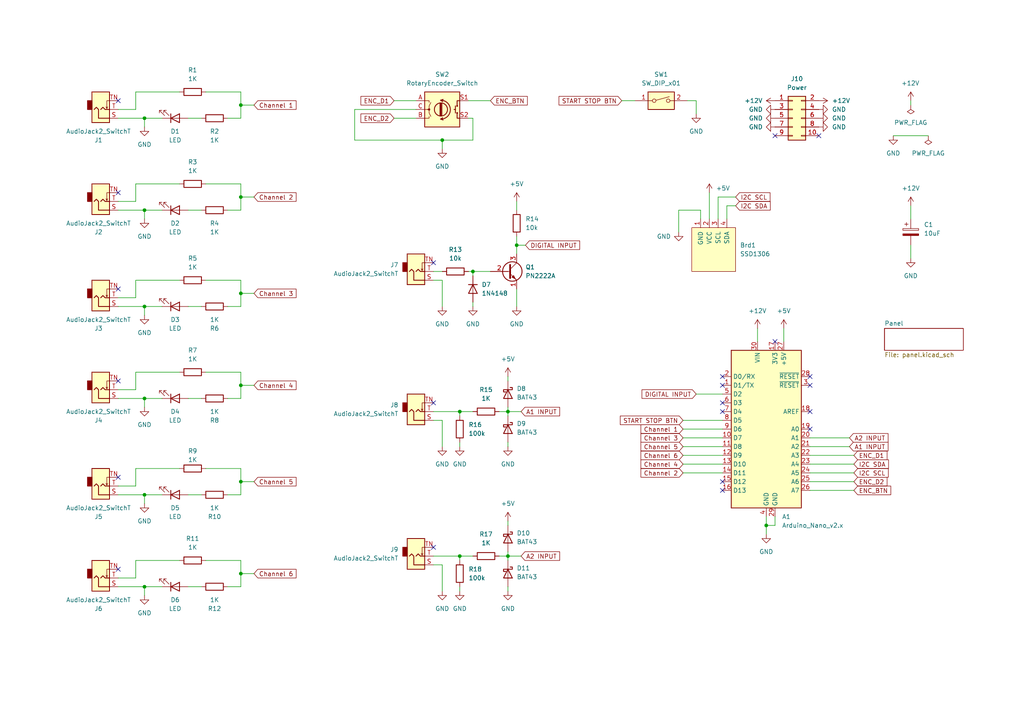
<source format=kicad_sch>
(kicad_sch (version 20211123) (generator eeschema)
  (paper "A4")
  (title_block (title "GToE prototype") (rev "1"))
  (lib_symbols
    (symbol "Connector:AudioJack2_SwitchT"
      (property "Reference" "J" (at 0 8.89 0))
      (property "Value" "AudioJack2_SwitchT" (at 0 6.35 0))
      (symbol "AudioJack2_SwitchT_0_1"
        (rectangle (start -2.54 0) (end -3.81 -2.54) (stroke (width 0.254)) (fill (type outline)))
        (polyline (pts (xy 1.778 -0.254) (xy 2.032 -0.762)))
        (polyline (pts (xy 0 0) (xy 0.635 -0.635) (xy 1.27 0) (xy 2.54 0)) (stroke (width 0.254)))
        (polyline (pts (xy 2.54 -2.54) (xy 1.778 -2.54) (xy 1.778 -0.254) (xy 1.524 -0.762)))
        (polyline (pts (xy 2.54 2.54) (xy -0.635 2.54) (xy -0.635 0) (xy -1.27 -0.635) (xy -1.905 0)) (stroke (width 0.254)))
        (rectangle (start 2.54 3.81) (end -2.54 -5.08) (stroke (width 0.254)) (fill (type background)))
      )
      (symbol "AudioJack2_SwitchT_1_1"
        (pin passive line (at 5.08 2.54 180) (length 2.54) (name "~") (number "S"))
        (pin passive line (at 5.08 0 180) (length 2.54) (name "~") (number "T"))
        (pin passive line (at 5.08 -2.54 180) (length 2.54) (name "~") (number "TN"))
      )
    )
    (symbol "Connector_Generic:Conn_02x05_Odd_Even" (pin_names (offset 1.016) hide)
      (property "Reference" "J" (at 1.27 7.62 0))
      (property "Value" "Conn_02x05_Odd_Even" (at 1.27 -7.62 0))
      (symbol "Conn_02x05_Odd_Even_1_1"
        (rectangle (start -1.27 -4.953) (end 0 -5.207) (stroke (width 0.1524)))
        (rectangle (start -1.27 -2.413) (end 0 -2.667) (stroke (width 0.1524)))
        (rectangle (start -1.27 0.127) (end 0 -0.127) (stroke (width 0.1524)))
        (rectangle (start -1.27 2.667) (end 0 2.413) (stroke (width 0.1524)))
        (rectangle (start -1.27 5.207) (end 0 4.953) (stroke (width 0.1524)))
        (rectangle (start -1.27 6.35) (end 3.81 -6.35) (stroke (width 0.254)) (fill (type background)))
        (rectangle (start 3.81 -4.953) (end 2.54 -5.207) (stroke (width 0.1524)))
        (rectangle (start 3.81 -2.413) (end 2.54 -2.667) (stroke (width 0.1524)))
        (rectangle (start 3.81 0.127) (end 2.54 -0.127) (stroke (width 0.1524)))
        (rectangle (start 3.81 2.667) (end 2.54 2.413) (stroke (width 0.1524)))
        (rectangle (start 3.81 5.207) (end 2.54 4.953) (stroke (width 0.1524)))
        (pin passive line (at -5.08 5.08 0) (length 3.81) (name "Pin_1") (number "1"))
        (pin passive line (at 7.62 -5.08 180) (length 3.81) (name "Pin_10") (number "10"))
        (pin passive line (at 7.62 5.08 180) (length 3.81) (name "Pin_2") (number "2"))
        (pin passive line (at -5.08 2.54 0) (length 3.81) (name "Pin_3") (number "3"))
        (pin passive line (at 7.62 2.54 180) (length 3.81) (name "Pin_4") (number "4"))
        (pin passive line (at -5.08 0 0) (length 3.81) (name "Pin_5") (number "5"))
        (pin passive line (at 7.62 0 180) (length 3.81) (name "Pin_6") (number "6"))
        (pin passive line (at -5.08 -2.54 0) (length 3.81) (name "Pin_7") (number "7"))
        (pin passive line (at 7.62 -2.54 180) (length 3.81) (name "Pin_8") (number "8"))
        (pin passive line (at -5.08 -5.08 0) (length 3.81) (name "Pin_9") (number "9"))
      )
    )
    (symbol "Device:C_Polarized" (pin_numbers hide) (pin_names (offset 0.254))
      (property "Reference" "C" (at 0.635 2.54 0))
      (property "Value" "C_Polarized" (at 0.635 -2.54 0))
      (symbol "C_Polarized_0_1"
        (rectangle (start -2.286 0.508) (end 2.286 1.016))
        (polyline (pts (xy -1.778 2.286) (xy -0.762 2.286)))
        (polyline (pts (xy -1.27 2.794) (xy -1.27 1.778)))
        (rectangle (start 2.286 -0.508) (end -2.286 -1.016) (fill (type outline)))
      )
      (symbol "C_Polarized_1_1"
        (pin passive line (at 0 3.81 270) (length 2.794) (name "~") (number "1"))
        (pin passive line (at 0 -3.81 90) (length 2.794) (name "~") (number "2"))
      )
    )
    (symbol "Device:D" (pin_numbers hide) (pin_names (offset 1.016) hide)
      (property "Reference" "D" (at 0 2.54 0))
      (property "Value" "D" (at 0 -2.54 0))
      (symbol "D_0_1"
        (polyline (pts (xy -1.27 1.27) (xy -1.27 -1.27)) (stroke (width 0.254)))
        (polyline (pts (xy 1.27 0) (xy -1.27 0)))
        (polyline (pts (xy 1.27 1.27) (xy 1.27 -1.27) (xy -1.27 0) (xy 1.27 1.27)) (stroke (width 0.254)))
      )
      (symbol "D_1_1"
        (pin passive line (at -3.81 0 0) (length 2.54) (name "K") (number "1"))
        (pin passive line (at 3.81 0 180) (length 2.54) (name "A") (number "2"))
      )
    )
    (symbol "Device:D_Schottky" (pin_numbers hide) (pin_names (offset 1.016) hide)
      (property "Reference" "D" (at 0 2.54 0))
      (property "Value" "D_Schottky" (at 0 -2.54 0))
      (symbol "D_Schottky_0_1"
        (polyline (pts (xy 1.27 0) (xy -1.27 0)))
        (polyline (pts (xy 1.27 1.27) (xy 1.27 -1.27) (xy -1.27 0) (xy 1.27 1.27)) (stroke (width 0.254)))
        (polyline (pts (xy -1.905 0.635) (xy -1.905 1.27) (xy -1.27 1.27) (xy -1.27 -1.27) (xy -0.635 -1.27) (xy -0.635 -0.635)) (stroke (width 0.254)))
      )
      (symbol "D_Schottky_1_1"
        (pin passive line (at -3.81 0 0) (length 2.54) (name "K") (number "1"))
        (pin passive line (at 3.81 0 180) (length 2.54) (name "A") (number "2"))
      )
    )
    (symbol "Device:LED" (pin_numbers hide) (pin_names (offset 1.016) hide)
      (property "Reference" "D" (at 0 2.54 0))
      (property "Value" "LED" (at 0 -2.54 0))
      (symbol "LED_0_1"
        (polyline (pts (xy -1.27 -1.27) (xy -1.27 1.27)) (stroke (width 0.254)))
        (polyline (pts (xy -1.27 0) (xy 1.27 0)))
        (polyline (pts (xy 1.27 -1.27) (xy 1.27 1.27) (xy -1.27 0) (xy 1.27 -1.27)) (stroke (width 0.254)))
        (polyline (pts (xy -3.048 -0.762) (xy -4.572 -2.286) (xy -3.81 -2.286) (xy -4.572 -2.286) (xy -4.572 -1.524)))
        (polyline (pts (xy -1.778 -0.762) (xy -3.302 -2.286) (xy -2.54 -2.286) (xy -3.302 -2.286) (xy -3.302 -1.524)))
      )
      (symbol "LED_1_1"
        (pin passive line (at -3.81 0 0) (length 2.54) (name "K") (number "1"))
        (pin passive line (at 3.81 0 180) (length 2.54) (name "A") (number "2"))
      )
    )
    (symbol "Device:R" (pin_numbers hide) (pin_names (offset 0))
      (property "Reference" "R" (at 2.032 0 90))
      (property "Value" "R" (at 0 0 90))
      (symbol "R_0_1"
        (rectangle (start -1.016 -2.54) (end 1.016 2.54) (stroke (width 0.254)))
      )
      (symbol "R_1_1"
        (pin passive line (at 0 3.81 270) (length 1.27) (name "~") (number "1"))
        (pin passive line (at 0 -3.81 90) (length 1.27) (name "~") (number "2"))
      )
    )
    (symbol "Device:RotaryEncoder_Switch" (pin_names (offset 0.254) hide)
      (property "Reference" "SW" (at 0 6.604 0))
      (property "Value" "RotaryEncoder_Switch" (at 0 -6.604 0))
      (symbol "RotaryEncoder_Switch_0_1"
        (rectangle (start -5.08 5.08) (end 5.08 -5.08) (stroke (width 0.254)) (fill (type background)))
        (circle (center -3.81 0) (radius 0.254) (fill (type outline)))
        (arc (start -0.381 -2.794) (mid 2.3622 -0.0508) (end -0.381 2.667) (stroke (width 0.254)))
        (circle (center -0.381 0) (radius 1.905) (stroke (width 0.254)))
        (polyline (pts (xy -0.635 -1.778) (xy -0.635 1.778)) (stroke (width 0.254)))
        (polyline (pts (xy -0.381 -1.778) (xy -0.381 1.778)) (stroke (width 0.254)))
        (polyline (pts (xy -0.127 1.778) (xy -0.127 -1.778)) (stroke (width 0.254)))
        (polyline (pts (xy 3.81 0) (xy 3.429 0)) (stroke (width 0.254)))
        (polyline (pts (xy 3.81 1.016) (xy 3.81 -1.016)) (stroke (width 0.254)))
        (polyline (pts (xy -5.08 -2.54) (xy -3.81 -2.54) (xy -3.81 -2.032)))
        (polyline (pts (xy -5.08 2.54) (xy -3.81 2.54) (xy -3.81 2.032)))
        (polyline (pts (xy 0.254 -3.048) (xy -0.508 -2.794) (xy 0.127 -2.413)) (stroke (width 0.254)))
        (polyline (pts (xy 0.254 2.921) (xy -0.508 2.667) (xy 0.127 2.286)) (stroke (width 0.254)))
        (polyline (pts (xy 5.08 -2.54) (xy 4.318 -2.54) (xy 4.318 -1.016)) (stroke (width 0.254)))
        (polyline (pts (xy 5.08 2.54) (xy 4.318 2.54) (xy 4.318 1.016)) (stroke (width 0.254)))
        (polyline (pts (xy -5.08 0) (xy -3.81 0) (xy -3.81 -1.016) (xy -3.302 -2.032)))
        (polyline (pts (xy -4.318 0) (xy -3.81 0) (xy -3.81 1.016) (xy -3.302 2.032)))
        (circle (center 4.318 -1.016) (radius 0.127) (stroke (width 0.254)))
        (circle (center 4.318 1.016) (radius 0.127) (stroke (width 0.254)))
      )
      (symbol "RotaryEncoder_Switch_1_1"
        (pin passive line (at -7.62 2.54 0) (length 2.54) (name "A") (number "A"))
        (pin passive line (at -7.62 -2.54 0) (length 2.54) (name "B") (number "B"))
        (pin passive line (at -7.62 0 0) (length 2.54) (name "C") (number "C"))
        (pin passive line (at 7.62 2.54 180) (length 2.54) (name "S1") (number "S1"))
        (pin passive line (at 7.62 -2.54 180) (length 2.54) (name "S2") (number "S2"))
      )
    )
    (symbol "MCU_Module:Arduino_Nano_v2.x"
      (property "Reference" "A" (at -10.16 23.495 0))
      (property "Value" "Arduino_Nano_v2.x" (at 5.08 -24.13 0))
      (symbol "Arduino_Nano_v2.x_0_1"
        (rectangle (start -10.16 22.86) (end 10.16 -22.86) (stroke (width 0.254)) (fill (type background)))
      )
      (symbol "Arduino_Nano_v2.x_1_1"
        (pin bidirectional line (at -12.7 12.7 0) (length 2.54) (name "D1/TX") (number "1"))
        (pin bidirectional line (at -12.7 -2.54 0) (length 2.54) (name "D7") (number "10"))
        (pin bidirectional line (at -12.7 -5.08 0) (length 2.54) (name "D8") (number "11"))
        (pin bidirectional line (at -12.7 -7.62 0) (length 2.54) (name "D9") (number "12"))
        (pin bidirectional line (at -12.7 -10.16 0) (length 2.54) (name "D10") (number "13"))
        (pin bidirectional line (at -12.7 -12.7 0) (length 2.54) (name "D11") (number "14"))
        (pin bidirectional line (at -12.7 -15.24 0) (length 2.54) (name "D12") (number "15"))
        (pin bidirectional line (at -12.7 -17.78 0) (length 2.54) (name "D13") (number "16"))
        (pin power_out line (at 2.54 25.4 270) (length 2.54) (name "3V3") (number "17"))
        (pin input line (at 12.7 5.08 180) (length 2.54) (name "AREF") (number "18"))
        (pin bidirectional line (at 12.7 0 180) (length 2.54) (name "A0") (number "19"))
        (pin bidirectional line (at -12.7 15.24 0) (length 2.54) (name "D0/RX") (number "2"))
        (pin bidirectional line (at 12.7 -2.54 180) (length 2.54) (name "A1") (number "20"))
        (pin bidirectional line (at 12.7 -5.08 180) (length 2.54) (name "A2") (number "21"))
        (pin bidirectional line (at 12.7 -7.62 180) (length 2.54) (name "A3") (number "22"))
        (pin bidirectional line (at 12.7 -10.16 180) (length 2.54) (name "A4") (number "23"))
        (pin bidirectional line (at 12.7 -12.7 180) (length 2.54) (name "A5") (number "24"))
        (pin bidirectional line (at 12.7 -15.24 180) (length 2.54) (name "A6") (number "25"))
        (pin bidirectional line (at 12.7 -17.78 180) (length 2.54) (name "A7") (number "26"))
        (pin power_out line (at 5.08 25.4 270) (length 2.54) (name "+5V") (number "27"))
        (pin input line (at 12.7 15.24 180) (length 2.54) (name "~{RESET}") (number "28"))
        (pin power_in line (at 2.54 -25.4 90) (length 2.54) (name "GND") (number "29"))
        (pin input line (at 12.7 12.7 180) (length 2.54) (name "~{RESET}") (number "3"))
        (pin power_in line (at -2.54 25.4 270) (length 2.54) (name "VIN") (number "30"))
        (pin power_in line (at 0 -25.4 90) (length 2.54) (name "GND") (number "4"))
        (pin bidirectional line (at -12.7 10.16 0) (length 2.54) (name "D2") (number "5"))
        (pin bidirectional line (at -12.7 7.62 0) (length 2.54) (name "D3") (number "6"))
        (pin bidirectional line (at -12.7 5.08 0) (length 2.54) (name "D4") (number "7"))
        (pin bidirectional line (at -12.7 2.54 0) (length 2.54) (name "D5") (number "8"))
        (pin bidirectional line (at -12.7 0 0) (length 2.54) (name "D6") (number "9"))
      )
    )
    (symbol "SSD1306-128x64_OLED:SSD1306" (pin_names (offset 1.016))
      (property "Reference" "Brd" (at 0 -3.81 0))
      (property "Value" "SSD1306" (at 0 -1.27 0))
      (symbol "SSD1306_0_1"
        (rectangle (start -6.35 6.35) (end 6.35 -6.35) (fill (type background)))
      )
      (symbol "SSD1306_1_1"
        (pin input line (at -3.81 8.89 270) (length 2.54) (name "GND") (number "1"))
        (pin input line (at -1.27 8.89 270) (length 2.54) (name "VCC") (number "2"))
        (pin input line (at 1.27 8.89 270) (length 2.54) (name "SCL") (number "3"))
        (pin input line (at 3.81 8.89 270) (length 2.54) (name "SDA") (number "4"))
      )
    )
    (symbol "Switch:SW_DIP_x01" (pin_names (offset 0) hide)
      (property "Reference" "SW" (at 0 3.81 0))
      (property "Value" "SW_DIP_x01" (at 0 -3.81 0))
      (symbol "SW_DIP_x01_0_0"
        (circle (center -2.032 0) (radius 0.508))
        (polyline (pts (xy -1.524 0.127) (xy 2.3622 1.1684)))
        (circle (center 2.032 0) (radius 0.508))
      )
      (symbol "SW_DIP_x01_0_1"
        (rectangle (start -3.81 2.54) (end 3.81 -2.54) (stroke (width 0.254)) (fill (type background)))
      )
      (symbol "SW_DIP_x01_1_1"
        (pin passive line (at -7.62 0 0) (length 5.08) (name "~") (number "1"))
        (pin passive line (at 7.62 0 180) (length 5.08) (name "~") (number "2"))
      )
    )
    (symbol "Transistor_BJT:PN2222A" (pin_names (offset 0) hide)
      (property "Reference" "Q" (at 5.08 1.905 0))
      (property "Value" "PN2222A" (at 5.08 0 0))
      (symbol "PN2222A_0_1"
        (polyline (pts (xy 0 0) (xy 0.635 0)))
        (polyline (pts (xy 2.54 -2.54) (xy 0.635 -0.635)))
        (polyline (pts (xy 2.54 2.54) (xy 0.635 0.635)))
        (polyline (pts (xy 0.635 1.905) (xy 0.635 -1.905) (xy 0.635 -1.905)) (stroke (width 0.508)))
        (polyline (pts (xy 2.413 -2.413) (xy 1.905 -1.905) (xy 1.905 -1.905)))
        (polyline (pts (xy 1.143 -1.651) (xy 1.651 -1.143) (xy 2.159 -2.159) (xy 1.143 -1.651) (xy 1.143 -1.651)) (fill (type outline)))
        (circle (center 1.27 0) (radius 2.8194) (stroke (width 0.254)))
      )
      (symbol "PN2222A_1_1"
        (pin passive line (at 2.54 -5.08 90) (length 2.54) (name "E") (number "1"))
        (pin input line (at -5.08 0 0) (length 5.08) (name "B") (number "2"))
        (pin passive line (at 2.54 5.08 270) (length 2.54) (name "C") (number "3"))
      )
    )
    (symbol "power:+12V" (power) (pin_names (offset 0))
      (property "Value" "+12V" (at 0 3.556 0))
      (symbol "+12V_0_1"
        (polyline (pts (xy -0.762 1.27) (xy 0 2.54)))
        (polyline (pts (xy 0 0) (xy 0 2.54)))
        (polyline (pts (xy 0 2.54) (xy 0.762 1.27)))
      )
      (symbol "+12V_1_1"
        (pin power_in line (at 0 0 90) (length 0) hide (name "+12V") (number "1"))
      )
    )
    (symbol "power:+5V" (power) (pin_names (offset 0))
      (property "Value" "+5V" (at 0 3.556 0))
      (symbol "+5V_0_1"
        (polyline (pts (xy -0.762 1.27) (xy 0 2.54)))
        (polyline (pts (xy 0 0) (xy 0 2.54)))
        (polyline (pts (xy 0 2.54) (xy 0.762 1.27)))
      )
      (symbol "+5V_1_1"
        (pin power_in line (at 0 0 90) (length 0) hide (name "+5V") (number "1"))
      )
    )
    (symbol "power:GND" (power) (pin_names (offset 0))
      (property "Value" "GND" (at 0 -3.81 0))
      (symbol "GND_0_1"
        (polyline (pts (xy 0 0) (xy 0 -1.27) (xy 1.27 -1.27) (xy 0 -2.54) (xy -1.27 -1.27) (xy 0 -1.27)))
      )
      (symbol "GND_1_1"
        (pin power_in line (at 0 0 270) (length 0) hide (name "GND") (number "1"))
      )
    )
    (symbol "power:PWR_FLAG" (power) (pin_numbers hide) (pin_names (offset 0) hide)
      (property "Value" "PWR_FLAG" (at 0 3.81 0))
      (symbol "PWR_FLAG_0_0"
        (pin power_out line (at 0 0 90) (length 0) (name "pwr") (number "1"))
      )
      (symbol "PWR_FLAG_0_1"
        (polyline (pts (xy 0 0) (xy 0 1.27) (xy -1.016 1.905) (xy 0 2.54) (xy 1.016 1.905) (xy 0 1.27)))
      )
    )
  )
  (junction (at 133.35 119.38))
  (junction (at 149.86 71.12))
  (junction (at 41.91 34.29))
  (junction (at 137.16 78.74))
  (junction (at 41.91 143.51))
  (junction (at 69.85 139.7))
  (junction (at 147.32 119.38))
  (junction (at 133.35 161.29))
  (junction (at 41.91 115.57))
  (junction (at 69.85 85.09))
  (junction (at 41.91 170.18))
  (junction (at 69.85 57.15))
  (junction (at 128.27 40.64))
  (junction (at 69.85 166.37))
  (junction (at 41.91 60.96))
  (junction (at 69.85 111.76))
  (junction (at 222.25 152.4))
  (junction (at 41.91 88.9))
  (junction (at 147.32 161.29))
  (junction (at 69.85 30.48))
  (no_connect (at 234.95 124.46))
  (no_connect (at 34.29 110.49))
  (no_connect (at 125.73 76.2))
  (no_connect (at 234.95 109.22))
  (no_connect (at 209.55 139.7))
  (no_connect (at 34.29 165.1))
  (no_connect (at 234.95 111.76))
  (no_connect (at 209.55 116.84))
  (no_connect (at 234.95 119.38))
  (no_connect (at 125.73 158.75))
  (no_connect (at 209.55 109.22))
  (no_connect (at 34.29 138.43))
  (no_connect (at 34.29 83.82))
  (no_connect (at 209.55 142.24))
  (no_connect (at 34.29 55.88))
  (no_connect (at 237.49 39.37))
  (no_connect (at 224.79 99.06))
  (no_connect (at 34.29 29.21))
  (no_connect (at 209.55 119.38))
  (no_connect (at 224.79 39.37))
  (no_connect (at 125.73 116.84))
  (no_connect (at 209.55 111.76))
  (wire (pts (xy 102.87 40.64) (xy 128.27 40.64)))
  (wire (pts (xy 147.32 119.38) (xy 147.32 120.65)))
  (wire (pts (xy 208.28 57.15) (xy 208.28 63.5)))
  (wire (pts (xy 69.85 166.37) (xy 69.85 170.18)))
  (wire (pts (xy 147.32 119.38) (xy 151.13 119.38)))
  (wire (pts (xy 198.12 121.92) (xy 209.55 121.92)))
  (wire (pts (xy 135.89 78.74) (xy 137.16 78.74)))
  (wire (pts (xy 39.37 58.42) (xy 39.37 53.34)))
  (wire (pts (xy 149.86 71.12) (xy 149.86 73.66)))
  (wire (pts (xy 54.61 143.51) (xy 58.42 143.51)))
  (wire (pts (xy 125.73 78.74) (xy 128.27 78.74)))
  (wire (pts (xy 147.32 161.29) (xy 147.32 162.56)))
  (wire (pts (xy 137.16 34.29) (xy 137.16 40.64)))
  (wire (pts (xy 137.16 40.64) (xy 128.27 40.64)))
  (wire (pts (xy 39.37 26.67) (xy 52.07 26.67)))
  (wire (pts (xy 34.29 34.29) (xy 41.91 34.29)))
  (wire (pts (xy 222.25 152.4) (xy 224.79 152.4)))
  (wire (pts (xy 41.91 34.29) (xy 46.99 34.29)))
  (wire (pts (xy 149.86 83.82) (xy 149.86 88.9)))
  (wire (pts (xy 34.29 88.9) (xy 41.91 88.9)))
  (wire (pts (xy 137.16 161.29) (xy 133.35 161.29)))
  (wire (pts (xy 135.89 29.21) (xy 142.24 29.21)))
  (wire (pts (xy 39.37 140.97) (xy 39.37 135.89)))
  (wire (pts (xy 203.2 60.96) (xy 203.2 63.5)))
  (wire (pts (xy 39.37 167.64) (xy 39.37 162.56)))
  (wire (pts (xy 213.36 57.15) (xy 208.28 57.15)))
  (wire (pts (xy 54.61 115.57) (xy 58.42 115.57)))
  (wire (pts (xy 39.37 162.56) (xy 52.07 162.56)))
  (wire (pts (xy 114.3 29.21) (xy 120.65 29.21)))
  (wire (pts (xy 133.35 119.38) (xy 133.35 120.65)))
  (wire (pts (xy 41.91 60.96) (xy 41.91 63.5)))
  (wire (pts (xy 39.37 31.75) (xy 39.37 26.67)))
  (wire (pts (xy 149.86 58.42) (xy 149.86 60.96)))
  (wire (pts (xy 227.33 95.25) (xy 227.33 99.06)))
  (wire (pts (xy 34.29 140.97) (xy 39.37 140.97)))
  (wire (pts (xy 34.29 170.18) (xy 41.91 170.18)))
  (wire (pts (xy 59.69 26.67) (xy 69.85 26.67)))
  (wire (pts (xy 133.35 161.29) (xy 133.35 162.56)))
  (wire (pts (xy 184.15 29.21) (xy 180.34 29.21)))
  (wire (pts (xy 69.85 53.34) (xy 69.85 57.15)))
  (wire (pts (xy 198.12 129.54) (xy 209.55 129.54)))
  (wire (pts (xy 54.61 34.29) (xy 58.42 34.29)))
  (wire (pts (xy 198.12 124.46) (xy 209.55 124.46)))
  (wire (pts (xy 125.73 121.92) (xy 128.27 121.92)))
  (wire (pts (xy 264.16 59.69) (xy 264.16 63.5)))
  (wire (pts (xy 135.89 34.29) (xy 137.16 34.29)))
  (wire (pts (xy 234.95 142.24) (xy 247.65 142.24)))
  (wire (pts (xy 147.32 160.02) (xy 147.32 161.29)))
  (wire (pts (xy 147.32 109.22) (xy 147.32 110.49)))
  (wire (pts (xy 41.91 60.96) (xy 46.99 60.96)))
  (wire (pts (xy 39.37 81.28) (xy 52.07 81.28)))
  (wire (pts (xy 224.79 149.86) (xy 224.79 152.4)))
  (wire (pts (xy 147.32 128.27) (xy 147.32 129.54)))
  (wire (pts (xy 69.85 81.28) (xy 69.85 85.09)))
  (wire (pts (xy 54.61 60.96) (xy 58.42 60.96)))
  (wire (pts (xy 198.12 134.62) (xy 209.55 134.62)))
  (wire (pts (xy 34.29 58.42) (xy 39.37 58.42)))
  (wire (pts (xy 34.29 86.36) (xy 39.37 86.36)))
  (wire (pts (xy 147.32 151.13) (xy 147.32 152.4)))
  (wire (pts (xy 69.85 57.15) (xy 69.85 60.96)))
  (wire (pts (xy 205.74 55.88) (xy 205.74 63.5)))
  (wire (pts (xy 39.37 107.95) (xy 52.07 107.95)))
  (wire (pts (xy 69.85 107.95) (xy 69.85 111.76)))
  (wire (pts (xy 41.91 34.29) (xy 41.91 36.83)))
  (wire (pts (xy 147.32 170.18) (xy 147.32 171.45)))
  (wire (pts (xy 137.16 87.63) (xy 137.16 88.9)))
  (wire (pts (xy 34.29 143.51) (xy 41.91 143.51)))
  (wire (pts (xy 41.91 115.57) (xy 41.91 118.11)))
  (wire (pts (xy 69.85 26.67) (xy 69.85 30.48)))
  (wire (pts (xy 41.91 170.18) (xy 46.99 170.18)))
  (wire (pts (xy 210.82 59.69) (xy 210.82 63.5)))
  (wire (pts (xy 69.85 111.76) (xy 69.85 115.57)))
  (wire (pts (xy 198.12 132.08) (xy 209.55 132.08)))
  (wire (pts (xy 34.29 113.03) (xy 39.37 113.03)))
  (wire (pts (xy 144.78 161.29) (xy 147.32 161.29)))
  (wire (pts (xy 69.85 30.48) (xy 73.66 30.48)))
  (wire (pts (xy 234.95 139.7) (xy 247.65 139.7)))
  (wire (pts (xy 264.16 30.48) (xy 264.16 29.21)))
  (wire (pts (xy 128.27 81.28) (xy 128.27 88.9)))
  (wire (pts (xy 69.85 166.37) (xy 73.66 166.37)))
  (wire (pts (xy 234.95 132.08) (xy 247.65 132.08)))
  (wire (pts (xy 34.29 31.75) (xy 39.37 31.75)))
  (wire (pts (xy 120.65 31.75) (xy 102.87 31.75)))
  (wire (pts (xy 198.12 137.16) (xy 209.55 137.16)))
  (wire (pts (xy 196.85 67.31) (xy 196.85 60.96)))
  (wire (pts (xy 69.85 115.57) (xy 66.04 115.57)))
  (wire (pts (xy 264.16 71.12) (xy 264.16 74.93)))
  (wire (pts (xy 149.86 71.12) (xy 152.4 71.12)))
  (wire (pts (xy 41.91 143.51) (xy 41.91 146.05)))
  (wire (pts (xy 234.95 129.54) (xy 246.38 129.54)))
  (wire (pts (xy 137.16 78.74) (xy 137.16 80.01)))
  (wire (pts (xy 201.93 29.21) (xy 199.39 29.21)))
  (wire (pts (xy 234.95 137.16) (xy 247.65 137.16)))
  (wire (pts (xy 41.91 143.51) (xy 46.99 143.51)))
  (wire (pts (xy 234.95 127) (xy 246.38 127)))
  (wire (pts (xy 125.73 81.28) (xy 128.27 81.28)))
  (wire (pts (xy 201.93 114.3) (xy 209.55 114.3)))
  (wire (pts (xy 114.3 34.29) (xy 120.65 34.29)))
  (wire (pts (xy 201.93 29.21) (xy 201.93 33.02)))
  (wire (pts (xy 39.37 113.03) (xy 39.37 107.95)))
  (wire (pts (xy 34.29 60.96) (xy 41.91 60.96)))
  (wire (pts (xy 69.85 143.51) (xy 66.04 143.51)))
  (wire (pts (xy 69.85 85.09) (xy 69.85 88.9)))
  (wire (pts (xy 137.16 119.38) (xy 133.35 119.38)))
  (wire (pts (xy 54.61 88.9) (xy 58.42 88.9)))
  (wire (pts (xy 102.87 31.75) (xy 102.87 40.64)))
  (wire (pts (xy 41.91 88.9) (xy 46.99 88.9)))
  (wire (pts (xy 137.16 78.74) (xy 142.24 78.74)))
  (wire (pts (xy 69.85 34.29) (xy 66.04 34.29)))
  (wire (pts (xy 41.91 115.57) (xy 46.99 115.57)))
  (wire (pts (xy 149.86 68.58) (xy 149.86 71.12)))
  (wire (pts (xy 69.85 139.7) (xy 73.66 139.7)))
  (wire (pts (xy 234.95 134.62) (xy 247.65 134.62)))
  (wire (pts (xy 128.27 40.64) (xy 128.27 43.18)))
  (wire (pts (xy 69.85 30.48) (xy 69.85 34.29)))
  (wire (pts (xy 59.69 53.34) (xy 69.85 53.34)))
  (wire (pts (xy 59.69 135.89) (xy 69.85 135.89)))
  (wire (pts (xy 198.12 127) (xy 209.55 127)))
  (wire (pts (xy 259.08 39.37) (xy 269.24 39.37)))
  (wire (pts (xy 41.91 170.18) (xy 41.91 172.72)))
  (wire (pts (xy 133.35 119.38) (xy 125.73 119.38)))
  (wire (pts (xy 147.32 118.11) (xy 147.32 119.38)))
  (wire (pts (xy 222.25 149.86) (xy 222.25 152.4)))
  (wire (pts (xy 69.85 111.76) (xy 73.66 111.76)))
  (wire (pts (xy 69.85 88.9) (xy 66.04 88.9)))
  (wire (pts (xy 133.35 128.27) (xy 133.35 129.54)))
  (wire (pts (xy 69.85 60.96) (xy 66.04 60.96)))
  (wire (pts (xy 41.91 88.9) (xy 41.91 91.44)))
  (wire (pts (xy 54.61 170.18) (xy 58.42 170.18)))
  (wire (pts (xy 147.32 161.29) (xy 151.13 161.29)))
  (wire (pts (xy 39.37 53.34) (xy 52.07 53.34)))
  (wire (pts (xy 196.85 60.96) (xy 203.2 60.96)))
  (wire (pts (xy 219.71 95.25) (xy 219.71 99.06)))
  (wire (pts (xy 128.27 121.92) (xy 128.27 129.54)))
  (wire (pts (xy 69.85 57.15) (xy 73.66 57.15)))
  (wire (pts (xy 34.29 115.57) (xy 41.91 115.57)))
  (wire (pts (xy 133.35 170.18) (xy 133.35 171.45)))
  (wire (pts (xy 59.69 107.95) (xy 69.85 107.95)))
  (wire (pts (xy 69.85 135.89) (xy 69.85 139.7)))
  (wire (pts (xy 34.29 167.64) (xy 39.37 167.64)))
  (wire (pts (xy 69.85 139.7) (xy 69.85 143.51)))
  (wire (pts (xy 59.69 162.56) (xy 69.85 162.56)))
  (wire (pts (xy 133.35 161.29) (xy 125.73 161.29)))
  (wire (pts (xy 144.78 119.38) (xy 147.32 119.38)))
  (wire (pts (xy 213.36 59.69) (xy 210.82 59.69)))
  (wire (pts (xy 222.25 152.4) (xy 222.25 154.94)))
  (wire (pts (xy 69.85 162.56) (xy 69.85 166.37)))
  (wire (pts (xy 39.37 135.89) (xy 52.07 135.89)))
  (wire (pts (xy 128.27 163.83) (xy 128.27 171.45)))
  (wire (pts (xy 59.69 81.28) (xy 69.85 81.28)))
  (wire (pts (xy 39.37 86.36) (xy 39.37 81.28)))
  (wire (pts (xy 125.73 163.83) (xy 128.27 163.83)))
  (wire (pts (xy 69.85 85.09) (xy 73.66 85.09)))
  (wire (pts (xy 69.85 170.18) (xy 66.04 170.18)))
  (global_label "START STOP BTN" (shape input) (at 180.34 29.21 180) (property "Intersheet References" "${INTERSHEET_REFS}" (effects hide)))
  (global_label "A2 INPUT" (shape input) (at 246.38 127 0) (property "Intersheet References" "${INTERSHEET_REFS}" (effects hide)))
  (global_label "Channel 5" (shape input) (at 198.12 129.54 180) (property "Intersheet References" "${INTERSHEET_REFS}" (effects hide)))
  (global_label "Channel 1" (shape input) (at 198.12 124.46 180) (property "Intersheet References" "${INTERSHEET_REFS}" (effects hide)))
  (global_label "Channel 4" (shape input) (at 198.12 134.62 180) (property "Intersheet References" "${INTERSHEET_REFS}" (effects hide)))
  (global_label "ENC_BTN" (shape input) (at 247.65 142.24 0) (property "Intersheet References" "${INTERSHEET_REFS}" (effects hide)))
  (global_label "START STOP BTN" (shape input) (at 198.12 121.92 180) (property "Intersheet References" "${INTERSHEET_REFS}" (effects hide)))
  (global_label "Channel 5" (shape input) (at 73.66 139.7 0) (property "Intersheet References" "${INTERSHEET_REFS}" (effects hide)))
  (global_label "ENC_D2" (shape input) (at 114.3 34.29 180) (property "Intersheet References" "${INTERSHEET_REFS}" (effects hide)))
  (global_label "Channel 3" (shape input) (at 198.12 127 180) (property "Intersheet References" "${INTERSHEET_REFS}" (effects hide)))
  (global_label "A1 INPUT" (shape input) (at 151.13 119.38 0) (property "Intersheet References" "${INTERSHEET_REFS}" (effects hide)))
  (global_label "Channel 3" (shape input) (at 73.66 85.09 0) (property "Intersheet References" "${INTERSHEET_REFS}" (effects hide)))
  (global_label "ENC_BTN" (shape input) (at 142.24 29.21 0) (property "Intersheet References" "${INTERSHEET_REFS}" (effects hide)))
  (global_label "DIGITAL INPUT" (shape input) (at 201.93 114.3 180) (property "Intersheet References" "${INTERSHEET_REFS}" (effects hide)))
  (global_label "I2C SDA" (shape input) (at 247.65 134.62 0) (property "Intersheet References" "${INTERSHEET_REFS}" (effects hide)))
  (global_label "Channel 6" (shape input) (at 73.66 166.37 0) (property "Intersheet References" "${INTERSHEET_REFS}" (effects hide)))
  (global_label "Channel 1" (shape input) (at 73.66 30.48 0) (property "Intersheet References" "${INTERSHEET_REFS}" (effects hide)))
  (global_label "DIGITAL INPUT" (shape input) (at 152.4 71.12 0) (property "Intersheet References" "${INTERSHEET_REFS}" (effects hide)))
  (global_label "ENC_D2" (shape input) (at 247.65 139.7 0) (property "Intersheet References" "${INTERSHEET_REFS}" (effects hide)))
  (global_label "ENC_D1" (shape input) (at 114.3 29.21 180) (property "Intersheet References" "${INTERSHEET_REFS}" (effects hide)))
  (global_label "Channel 2" (shape input) (at 73.66 57.15 0) (property "Intersheet References" "${INTERSHEET_REFS}" (effects hide)))
  (global_label "Channel 4" (shape input) (at 73.66 111.76 0) (property "Intersheet References" "${INTERSHEET_REFS}" (effects hide)))
  (global_label "ENC_D1" (shape input) (at 247.65 132.08 0) (property "Intersheet References" "${INTERSHEET_REFS}" (effects hide)))
  (global_label "Channel 2" (shape input) (at 198.12 137.16 180) (property "Intersheet References" "${INTERSHEET_REFS}" (effects hide)))
  (global_label "I2C SCL" (shape input) (at 213.36 57.15 0) (property "Intersheet References" "${INTERSHEET_REFS}" (effects hide)))
  (global_label "I2C SDA" (shape input) (at 213.36 59.69 0) (property "Intersheet References" "${INTERSHEET_REFS}" (effects hide)))
  (global_label "A2 INPUT" (shape input) (at 151.13 161.29 0) (property "Intersheet References" "${INTERSHEET_REFS}" (effects hide)))
  (global_label "I2C SCL" (shape input) (at 247.65 137.16 0) (property "Intersheet References" "${INTERSHEET_REFS}" (effects hide)))
  (global_label "Channel 6" (shape input) (at 198.12 132.08 180) (property "Intersheet References" "${INTERSHEET_REFS}" (effects hide)))
  (global_label "A1 INPUT" (shape input) (at 246.38 129.54 0) (property "Intersheet References" "${INTERSHEET_REFS}" (effects hide)))
  (symbol (lib_id "power:GND") (at 149.86 88.9 0) (unit 1)
    (property "Reference" "#PWR0133" (effects hide))
    (property "Value" "GND" (at 149.86 93.98 0))
  )
  (symbol (lib_id "power:GND") (at 222.25 154.94 0) (unit 1)
    (property "Reference" "#PWR0115" (effects hide))
    (property "Value" "GND" (at 222.25 160.02 0))
  )
  (symbol (lib_id "Connector:AudioJack2_SwitchT") (at 120.65 119.38 0) (mirror x) (unit 1)
    (property "Reference" "J8" (at 115.57 117.4749 0) (effects (justify right)))
    (property "Value" "AudioJack2_SwitchT" (at 115.57 120.0149 0) (effects (justify right)))
    (property "Footprint" "Connector_Audio:Jack_3.5mm_QingPu_WQP-PJ398SM_Vertical_CircularHoles" (effects hide))
  )
  (symbol (lib_id "Connector:AudioJack2_SwitchT") (at 29.21 31.75 0) (mirror x) (unit 1)
    (property "Reference" "J1" (at 28.575 40.64 0))
    (property "Value" "AudioJack2_SwitchT" (at 28.575 38.1 0))
    (property "Footprint" "Connector_Audio:Jack_3.5mm_QingPu_WQP-PJ398SM_Vertical_CircularHoles" (effects hide))
  )
  (symbol (lib_id "Device:LED") (at 50.8 88.9 0) (mirror x) (unit 1)
    (property "Reference" "D3" (at 50.8 92.71 0))
    (property "Value" "LED" (at 50.8 95.25 0))
    (property "Footprint" "LED_THT:LED_D3.0mm_Clear" (effects hide))
  )
  (symbol (lib_id "power:GND") (at 133.35 171.45 0) (mirror y) (unit 1)
    (property "Reference" "#PWR0109" (effects hide))
    (property "Value" "GND" (at 133.35 176.53 0))
  )
  (symbol (lib_id "power:+5V") (at 149.86 58.42 0) (unit 1)
    (property "Reference" "#PWR0134" (effects hide))
    (property "Value" "+5V" (at 149.86 53.34 0))
  )
  (symbol (lib_id "Device:R") (at 133.35 124.46 0) (mirror y) (unit 1)
    (property "Reference" "R16" (at 135.89 123.1899 0) (effects (justify right)))
    (property "Value" "100k" (at 135.89 125.7299 0) (effects (justify right)))
    (property "Footprint" "Resistor_THT:R_Axial_DIN0207_L6.3mm_D2.5mm_P10.16mm_Horizontal" (effects hide))
  )
  (symbol (lib_id "power:GND") (at 41.91 118.11 0) (mirror y) (unit 1)
    (property "Reference" "#PWR0104" (effects hide))
    (property "Value" "GND" (at 41.91 123.19 0))
  )
  (symbol (lib_id "power:+12V") (at 264.16 29.21 0) (unit 1)
    (property "Reference" "#PWR0136" (effects hide))
    (property "Value" "+12V" (at 266.7 24.13 0) (effects (justify right)))
  )
  (symbol (lib_id "power:GND") (at 147.32 171.45 0) (mirror y) (unit 1)
    (property "Reference" "#PWR0108" (effects hide))
    (property "Value" "GND" (at 147.32 176.53 0))
  )
  (symbol (lib_id "Connector:AudioJack2_SwitchT") (at 29.21 167.64 0) (mirror x) (unit 1)
    (property "Reference" "J6" (at 28.575 176.53 0))
    (property "Value" "AudioJack2_SwitchT" (at 28.575 173.99 0))
    (property "Footprint" "Connector_Audio:Jack_3.5mm_QingPu_WQP-PJ398SM_Vertical_CircularHoles" (effects hide))
  )
  (symbol (lib_id "power:+12V") (at 219.71 95.25 0) (unit 1)
    (property "Reference" "#PWR0116" (effects hide))
    (property "Value" "+12V" (at 219.71 90.17 0))
  )
  (symbol (lib_id "power:GND") (at 224.79 31.75 270) (unit 1)
    (property "Reference" "#PWR0130" (effects hide))
    (property "Value" "GND" (at 217.17 31.75 90) (effects (justify left)))
  )
  (symbol (lib_id "power:GND") (at 133.35 129.54 0) (mirror y) (unit 1)
    (property "Reference" "#PWR0114" (effects hide))
    (property "Value" "GND" (at 133.35 134.62 0))
  )
  (symbol (lib_id "Device:LED") (at 50.8 115.57 0) (mirror x) (unit 1)
    (property "Reference" "D4" (at 50.8 119.38 0))
    (property "Value" "LED" (at 50.8 121.92 0))
    (property "Footprint" "LED_THT:LED_D3.0mm_Clear" (effects hide))
  )
  (symbol (lib_id "power:GND") (at 237.49 31.75 90) (unit 1)
    (property "Reference" "#PWR0119" (effects hide))
    (property "Value" "GND" (at 241.3 31.7499 90) (effects (justify right)))
  )
  (symbol (lib_id "Device:R") (at 133.35 166.37 0) (mirror y) (unit 1)
    (property "Reference" "R18" (at 135.89 165.0999 0) (effects (justify right)))
    (property "Value" "100k" (at 135.89 167.6399 0) (effects (justify right)))
    (property "Footprint" "Resistor_THT:R_Axial_DIN0207_L6.3mm_D2.5mm_P10.16mm_Horizontal" (effects hide))
  )
  (symbol (lib_id "power:GND") (at 264.16 74.93 0) (unit 1)
    (property "Reference" "#PWR0125" (effects hide))
    (property "Value" "GND" (at 264.16 80.01 0))
  )
  (symbol (lib_id "power:GND") (at 237.49 36.83 90) (unit 1)
    (property "Reference" "#PWR0120" (effects hide))
    (property "Value" "GND" (at 241.3 36.8299 90) (effects (justify right)))
  )
  (symbol (lib_id "Device:D_Schottky") (at 147.32 114.3 270) (unit 1)
    (property "Reference" "D8" (at 149.86 112.7124 90) (effects (justify left)))
    (property "Value" "BAT43" (at 149.86 115.2524 90) (effects (justify left)))
    (property "Footprint" "Diode_THT:D_T-1_P10.16mm_Horizontal" (effects hide))
  )
  (symbol (lib_id "MCU_Module:Arduino_Nano_v2.x") (at 222.25 124.46 0) (unit 1)
    (property "Reference" "A1" (at 226.8094 149.86 0) (effects (justify left)))
    (property "Value" "Arduino_Nano_v2.x" (at 226.8094 152.4 0) (effects (justify left)))
    (property "Footprint" "Module:Arduino_Nano" (effects hide))
    (property "Datasheet" "https://www.arduino.cc/en/uploads/Main/ArduinoNanoManual23.pdf" (effects hide))
  )
  (symbol (lib_id "Device:D_Schottky") (at 147.32 124.46 270) (unit 1)
    (property "Reference" "D9" (at 149.86 122.8724 90) (effects (justify left)))
    (property "Value" "BAT43" (at 149.86 125.4124 90) (effects (justify left)))
    (property "Footprint" "Diode_THT:D_T-1_P10.16mm_Horizontal" (effects hide))
  )
  (symbol (lib_id "Device:R") (at 62.23 88.9 90) (mirror x) (unit 1)
    (property "Reference" "R6" (at 62.23 95.25 90))
    (property "Value" "1K" (at 62.23 92.71 90))
    (property "Footprint" "Resistor_THT:R_Axial_DIN0207_L6.3mm_D2.5mm_P10.16mm_Horizontal" (effects hide))
  )
  (symbol (lib_id "power:GND") (at 128.27 129.54 0) (mirror y) (unit 1)
    (property "Reference" "#PWR0113" (effects hide))
    (property "Value" "GND" (at 128.27 134.62 0))
  )
  (symbol (lib_id "power:GND") (at 137.16 88.9 0) (unit 1)
    (property "Reference" "#PWR0132" (effects hide))
    (property "Value" "GND" (at 137.16 93.98 0))
  )
  (symbol (lib_id "power:GND") (at 224.79 36.83 270) (unit 1)
    (property "Reference" "#PWR0129" (effects hide))
    (property "Value" "GND" (at 217.17 36.83 90) (effects (justify left)))
  )
  (symbol (lib_id "Device:R") (at 62.23 143.51 90) (mirror x) (unit 1)
    (property "Reference" "R10" (at 62.23 149.86 90))
    (property "Value" "1K" (at 62.23 147.32 90))
    (property "Footprint" "Resistor_THT:R_Axial_DIN0207_L6.3mm_D2.5mm_P10.16mm_Horizontal" (effects hide))
  )
  (symbol (lib_id "Device:LED") (at 50.8 34.29 0) (mirror x) (unit 1)
    (property "Reference" "D1" (at 50.8 38.1 0))
    (property "Value" "LED" (at 50.8 40.64 0))
    (property "Footprint" "LED_THT:LED_D3.0mm_Clear" (effects hide))
  )
  (symbol (lib_id "Device:R") (at 132.08 78.74 90) (unit 1)
    (property "Reference" "R13" (at 132.08 72.39 90))
    (property "Value" "10k" (at 132.08 74.93 90))
    (property "Footprint" "Resistor_THT:R_Axial_DIN0207_L6.3mm_D2.5mm_P10.16mm_Horizontal" (effects hide))
  )
  (symbol (lib_id "power:PWR_FLAG") (at 264.16 30.48 180) (unit 1)
    (property "Reference" "#FLG0101" (effects hide))
    (property "Value" "PWR_FLAG" (at 264.16 35.56 0))
  )
  (symbol (lib_id "Device:R") (at 55.88 81.28 270) (mirror x) (unit 1)
    (property "Reference" "R5" (at 55.88 74.93 90))
    (property "Value" "1K" (at 55.88 77.47 90))
    (property "Footprint" "Resistor_THT:R_Axial_DIN0207_L6.3mm_D2.5mm_P10.16mm_Horizontal" (effects hide))
  )
  (symbol (lib_id "Device:R") (at 62.23 60.96 90) (mirror x) (unit 1)
    (property "Reference" "R4" (at 62.23 64.77 90))
    (property "Value" "1K" (at 62.23 67.31 90))
    (property "Footprint" "Resistor_THT:R_Axial_DIN0207_L6.3mm_D2.5mm_P10.16mm_Horizontal" (effects hide))
  )
  (symbol (lib_id "Connector:AudioJack2_SwitchT") (at 120.65 161.29 0) (mirror x) (unit 1)
    (property "Reference" "J9" (at 115.57 159.3849 0) (effects (justify right)))
    (property "Value" "AudioJack2_SwitchT" (at 115.57 161.9249 0) (effects (justify right)))
    (property "Footprint" "Connector_Audio:Jack_3.5mm_QingPu_WQP-PJ398SM_Vertical_CircularHoles" (effects hide))
  )
  (symbol (lib_id "Device:R") (at 55.88 107.95 270) (mirror x) (unit 1)
    (property "Reference" "R7" (at 55.88 101.6 90))
    (property "Value" "1K" (at 55.88 104.14 90))
    (property "Footprint" "Resistor_THT:R_Axial_DIN0207_L6.3mm_D2.5mm_P10.16mm_Horizontal" (effects hide))
  )
  (symbol (lib_id "Device:R") (at 140.97 161.29 270) (mirror x) (unit 1)
    (property "Reference" "R17" (at 140.97 154.94 90))
    (property "Value" "1K" (at 140.97 157.48 90))
    (property "Footprint" "Resistor_THT:R_Axial_DIN0207_L6.3mm_D2.5mm_P10.16mm_Horizontal" (effects hide))
  )
  (symbol (lib_id "power:GND") (at 128.27 171.45 0) (mirror y) (unit 1)
    (property "Reference" "#PWR0107" (effects hide))
    (property "Value" "GND" (at 128.27 176.53 0))
  )
  (symbol (lib_id "power:+12V") (at 224.79 29.21 90) (unit 1)
    (property "Reference" "#PWR0128" (effects hide))
    (property "Value" "+12V" (at 215.9 29.21 90) (effects (justify right)))
  )
  (symbol (lib_id "power:GND") (at 196.85 67.31 0) (unit 1)
    (property "Reference" "#PWR0126" (effects hide))
    (property "Value" "GND" (at 190.5 68.58 0) (effects (justify left)))
  )
  (symbol (lib_id "SSD1306-128x64_OLED:SSD1306") (at 207.01 72.39 0) (unit 1)
    (property "Reference" "Brd1" (at 214.63 71.1199 0) (effects (justify left)))
    (property "Value" "SSD1306" (at 214.63 73.6599 0) (effects (justify left)))
    (property "Footprint" "SDD1360 I2C:128x64OLED" (effects hide))
  )
  (symbol (lib_id "power:GND") (at 41.91 63.5 0) (mirror y) (unit 1)
    (property "Reference" "#PWR0103" (effects hide))
    (property "Value" "GND" (at 41.91 68.58 0))
  )
  (symbol (lib_id "power:GND") (at 201.93 33.02 0) (unit 1)
    (property "Reference" "#PWR0123" (effects hide))
    (property "Value" "GND" (at 201.93 38.1 0))
  )
  (symbol (lib_id "Device:RotaryEncoder_Switch") (at 128.27 31.75 0) (unit 1)
    (property "Reference" "SW2" (at 128.27 21.59 0))
    (property "Value" "RotaryEncoder_Switch" (at 128.27 24.13 0))
    (property "Footprint" "Rotary_Encoder:RotaryEncoder_Alps_EC12E-Switch_Vertical_H20mm" (effects hide))
  )
  (symbol (lib_id "Device:D_Schottky") (at 147.32 156.21 270) (unit 1)
    (property "Reference" "D10" (at 149.86 154.6224 90) (effects (justify left)))
    (property "Value" "BAT43" (at 149.86 157.1624 90) (effects (justify left)))
    (property "Footprint" "Diode_THT:D_T-1_P10.16mm_Horizontal" (effects hide))
  )
  (symbol (lib_id "Device:LED") (at 50.8 170.18 0) (mirror x) (unit 1)
    (property "Reference" "D6" (at 50.8 173.99 0))
    (property "Value" "LED" (at 50.8 176.53 0))
    (property "Footprint" "LED_THT:LED_D3.0mm_Clear" (effects hide))
  )
  (symbol (lib_id "Device:R") (at 62.23 34.29 90) (mirror x) (unit 1)
    (property "Reference" "R2" (at 62.23 38.1 90))
    (property "Value" "1K" (at 62.23 40.64 90))
    (property "Footprint" "Resistor_THT:R_Axial_DIN0207_L6.3mm_D2.5mm_P10.16mm_Horizontal" (effects hide))
  )
  (symbol (lib_id "power:PWR_FLAG") (at 269.24 39.37 180) (unit 1)
    (property "Reference" "#FLG0102" (effects hide))
    (property "Value" "PWR_FLAG" (at 269.24 44.45 0))
  )
  (symbol (lib_id "power:+12V") (at 237.49 29.21 270) (unit 1)
    (property "Reference" "#PWR0118" (effects hide))
    (property "Value" "+12V" (at 241.3 29.2099 90) (effects (justify left)))
  )
  (symbol (lib_id "Connector:AudioJack2_SwitchT") (at 29.21 58.42 0) (mirror x) (unit 1)
    (property "Reference" "J2" (at 28.575 67.31 0))
    (property "Value" "AudioJack2_SwitchT" (at 28.575 64.77 0))
    (property "Footprint" "Connector_Audio:Jack_3.5mm_QingPu_WQP-PJ398SM_Vertical_CircularHoles" (effects hide))
  )
  (symbol (lib_id "Device:R") (at 55.88 26.67 270) (mirror x) (unit 1)
    (property "Reference" "R1" (at 55.88 20.32 90))
    (property "Value" "1K" (at 55.88 22.86 90))
    (property "Footprint" "Resistor_THT:R_Axial_DIN0207_L6.3mm_D2.5mm_P10.16mm_Horizontal" (effects hide))
  )
  (symbol (lib_id "power:GND") (at 41.91 36.83 0) (mirror y) (unit 1)
    (property "Reference" "#PWR0102" (effects hide))
    (property "Value" "GND" (at 41.91 41.91 0))
  )
  (symbol (lib_id "power:+5V") (at 147.32 151.13 0) (mirror y) (unit 1)
    (property "Reference" "#PWR0112" (effects hide))
    (property "Value" "+5V" (at 147.32 146.05 0))
  )
  (symbol (lib_id "power:+12V") (at 264.16 59.69 0) (unit 1)
    (property "Reference" "#PWR0124" (effects hide))
    (property "Value" "+12V" (at 264.16 54.61 0))
  )
  (symbol (lib_id "Device:R") (at 62.23 170.18 90) (mirror x) (unit 1)
    (property "Reference" "R12" (at 62.23 176.53 90))
    (property "Value" "1K" (at 62.23 173.99 90))
    (property "Footprint" "Resistor_THT:R_Axial_DIN0207_L6.3mm_D2.5mm_P10.16mm_Horizontal" (effects hide))
  )
  (symbol (lib_id "power:GND") (at 128.27 43.18 0) (unit 1)
    (property "Reference" "#PWR0135" (effects hide))
    (property "Value" "GND" (at 128.27 48.26 0))
  )
  (symbol (lib_id "power:GND") (at 224.79 34.29 270) (unit 1)
    (property "Reference" "#PWR0127" (effects hide))
    (property "Value" "GND" (at 217.17 34.29 90) (effects (justify left)))
  )
  (symbol (lib_id "power:GND") (at 41.91 146.05 0) (mirror y) (unit 1)
    (property "Reference" "#PWR0105" (effects hide))
    (property "Value" "GND" (at 41.91 151.13 0))
  )
  (symbol (lib_id "Device:D_Schottky") (at 147.32 166.37 270) (unit 1)
    (property "Reference" "D11" (at 149.86 164.7824 90) (effects (justify left)))
    (property "Value" "BAT43" (at 149.86 167.3224 90) (effects (justify left)))
    (property "Footprint" "Diode_THT:D_T-1_P10.16mm_Horizontal" (effects hide))
  )
  (symbol (lib_id "Connector:AudioJack2_SwitchT") (at 29.21 140.97 0) (mirror x) (unit 1)
    (property "Reference" "J5" (at 28.575 149.86 0))
    (property "Value" "AudioJack2_SwitchT" (at 28.575 147.32 0))
    (property "Footprint" "Connector_Audio:Jack_3.5mm_QingPu_WQP-PJ398SM_Vertical_CircularHoles" (effects hide))
  )
  (symbol (lib_id "Connector:AudioJack2_SwitchT") (at 29.21 86.36 0) (mirror x) (unit 1)
    (property "Reference" "J3" (at 28.575 95.25 0))
    (property "Value" "AudioJack2_SwitchT" (at 28.575 92.71 0))
    (property "Footprint" "Connector_Audio:Jack_3.5mm_QingPu_WQP-PJ398SM_Vertical_CircularHoles" (effects hide))
  )
  (symbol (lib_id "Connector:AudioJack2_SwitchT") (at 29.21 113.03 0) (mirror x) (unit 1)
    (property "Reference" "J4" (at 28.575 121.92 0))
    (property "Value" "AudioJack2_SwitchT" (at 28.575 119.38 0))
    (property "Footprint" "Connector_Audio:Jack_3.5mm_QingPu_WQP-PJ398SM_Vertical_CircularHoles" (effects hide))
  )
  (symbol (lib_id "power:GND") (at 147.32 129.54 0) (mirror y) (unit 1)
    (property "Reference" "#PWR0111" (effects hide))
    (property "Value" "GND" (at 147.32 134.62 0))
  )
  (symbol (lib_id "power:+5V") (at 205.74 55.88 0) (unit 1)
    (property "Reference" "#PWR0122" (effects hide))
    (property "Value" "+5V" (at 207.645 54.6099 0) (effects (justify left)))
  )
  (symbol (lib_id "Connector:AudioJack2_SwitchT") (at 120.65 78.74 0) (mirror x) (unit 1)
    (property "Reference" "J7" (at 115.57 76.8349 0) (effects (justify right)))
    (property "Value" "AudioJack2_SwitchT" (at 115.57 79.3749 0) (effects (justify right)))
    (property "Footprint" "Connector_Audio:Jack_3.5mm_QingPu_WQP-PJ398SM_Vertical_CircularHoles" (effects hide))
  )
  (symbol (lib_id "Device:C_Polarized") (at 264.16 67.31 0) (unit 1)
    (property "Reference" "C1" (at 267.97 65.1509 0) (effects (justify left)))
    (property "Value" "10uF" (at 267.97 67.6909 0) (effects (justify left)))
    (property "Footprint" "Capacitor_THT:CP_Radial_D4.0mm_P2.00mm" (effects hide))
  )
  (symbol (lib_id "power:+5V") (at 147.32 109.22 0) (mirror y) (unit 1)
    (property "Reference" "#PWR0110" (effects hide))
    (property "Value" "+5V" (at 147.32 104.14 0))
  )
  (symbol (lib_id "Device:LED") (at 50.8 60.96 0) (mirror x) (unit 1)
    (property "Reference" "D2" (at 50.8 64.77 0))
    (property "Value" "LED" (at 50.8 67.31 0))
    (property "Footprint" "LED_THT:LED_D3.0mm_Clear" (effects hide))
  )
  (symbol (lib_id "Device:R") (at 140.97 119.38 270) (mirror x) (unit 1)
    (property "Reference" "R15" (at 140.97 113.03 90))
    (property "Value" "1K" (at 140.97 115.57 90))
    (property "Footprint" "Resistor_THT:R_Axial_DIN0207_L6.3mm_D2.5mm_P10.16mm_Horizontal" (effects hide))
  )
  (symbol (lib_id "Connector_Generic:Conn_02x05_Odd_Even") (at 229.87 34.29 0) (unit 1)
    (property "Reference" "J10" (at 231.14 22.86 0))
    (property "Value" "Power" (at 231.14 25.4 0))
    (property "Footprint" "Connector_IDC:IDC-Header_2x05_P2.54mm_Vertical" (effects hide))
  )
  (symbol (lib_id "Switch:SW_DIP_x01") (at 191.77 29.21 0) (unit 1)
    (property "Reference" "SW1" (at 191.77 21.59 0))
    (property "Value" "SW_DIP_x01" (at 191.77 24.13 0))
    (property "Footprint" "Button_Switch_THT:SW_PUSH-12mm" (effects hide))
  )
  (symbol (lib_id "power:+5V") (at 227.33 95.25 0) (unit 1)
    (property "Reference" "#PWR0117" (effects hide))
    (property "Value" "+5V" (at 227.33 90.17 0))
  )
  (symbol (lib_id "power:GND") (at 41.91 172.72 0) (mirror y) (unit 1)
    (property "Reference" "#PWR0106" (effects hide))
    (property "Value" "GND" (at 41.91 177.8 0))
  )
  (symbol (lib_id "Device:D") (at 137.16 83.82 270) (unit 1)
    (property "Reference" "D7" (at 139.7 82.5499 90) (effects (justify left)))
    (property "Value" "1N4148" (at 139.7 85.0899 90) (effects (justify left)))
    (property "Footprint" "Diode_THT:D_T-1_P10.16mm_Horizontal" (effects hide))
  )
  (symbol (lib_id "power:GND") (at 128.27 88.9 0) (unit 1)
    (property "Reference" "#PWR0131" (effects hide))
    (property "Value" "GND" (at 128.27 93.98 0))
  )
  (symbol (lib_id "Device:R") (at 149.86 64.77 180) (unit 1)
    (property "Reference" "R14" (at 152.4 63.4999 0) (effects (justify right)))
    (property "Value" "10k" (at 152.4 66.0399 0) (effects (justify right)))
    (property "Footprint" "Resistor_THT:R_Axial_DIN0207_L6.3mm_D2.5mm_P10.16mm_Horizontal" (effects hide))
  )
  (symbol (lib_id "Device:LED") (at 50.8 143.51 0) (mirror x) (unit 1)
    (property "Reference" "D5" (at 50.8 147.32 0))
    (property "Value" "LED" (at 50.8 149.86 0))
    (property "Footprint" "LED_THT:LED_D3.0mm_Clear" (effects hide))
  )
  (symbol (lib_id "power:GND") (at 237.49 34.29 90) (unit 1)
    (property "Reference" "#PWR0121" (effects hide))
    (property "Value" "GND" (at 241.3 34.2899 90) (effects (justify right)))
  )
  (symbol (lib_id "Device:R") (at 62.23 115.57 90) (mirror x) (unit 1)
    (property "Reference" "R8" (at 62.23 121.92 90))
    (property "Value" "1K" (at 62.23 119.38 90))
    (property "Footprint" "Resistor_THT:R_Axial_DIN0207_L6.3mm_D2.5mm_P10.16mm_Horizontal" (effects hide))
  )
  (symbol (lib_id "Transistor_BJT:PN2222A") (at 147.32 78.74 0) (unit 1)
    (property "Reference" "Q1" (at 152.4 77.4699 0) (effects (justify left)))
    (property "Value" "PN2222A" (at 152.4 80.0099 0) (effects (justify left)))
    (property "Footprint" "Package_TO_SOT_THT:TO-92_Inline" (effects hide))
    (property "Datasheet" "https://www.onsemi.com/pub/Collateral/PN2222-D.PDF" (effects hide))
  )
  (symbol (lib_id "Device:R") (at 55.88 162.56 270) (mirror x) (unit 1)
    (property "Reference" "R11" (at 55.88 156.21 90))
    (property "Value" "1K" (at 55.88 158.75 90))
    (property "Footprint" "Resistor_THT:R_Axial_DIN0207_L6.3mm_D2.5mm_P10.16mm_Horizontal" (effects hide))
  )
  (symbol (lib_id "Device:R") (at 55.88 53.34 270) (mirror x) (unit 1)
    (property "Reference" "R3" (at 55.88 46.99 90))
    (property "Value" "1K" (at 55.88 49.53 90))
    (property "Footprint" "Resistor_THT:R_Axial_DIN0207_L6.3mm_D2.5mm_P10.16mm_Horizontal" (effects hide))
  )
  (symbol (lib_id "Device:R") (at 55.88 135.89 270) (mirror x) (unit 1)
    (property "Reference" "R9" (at 55.88 130.81 90))
    (property "Value" "1K" (at 55.88 133.35 90))
    (property "Footprint" "Resistor_THT:R_Axial_DIN0207_L6.3mm_D2.5mm_P10.16mm_Horizontal" (effects hide))
  )
  (symbol (lib_id "power:GND") (at 41.91 91.44 0) (mirror y) (unit 1)
    (property "Reference" "#PWR0101" (effects hide))
    (property "Value" "GND" (at 41.91 96.52 0))
  )
  (symbol (lib_id "power:GND") (at 259.08 39.37 0) (unit 1)
    (property "Reference" "#PWR0138" (effects hide))
    (property "Value" "GND" (at 259.08 44.45 0))
  )
  (sheet (at 256.54 95.25) (size 22.86 6.35) (stroke (width 0.1524))
    (property "Sheet name" "Panel" (at 256.54 94.5384 0) (effects (justify left bottom)))
    (property "Sheet file" "panel.kicad_sch" (at 256.54 102.1846 0) (effects (justify left top)))
  )
)
</source>
